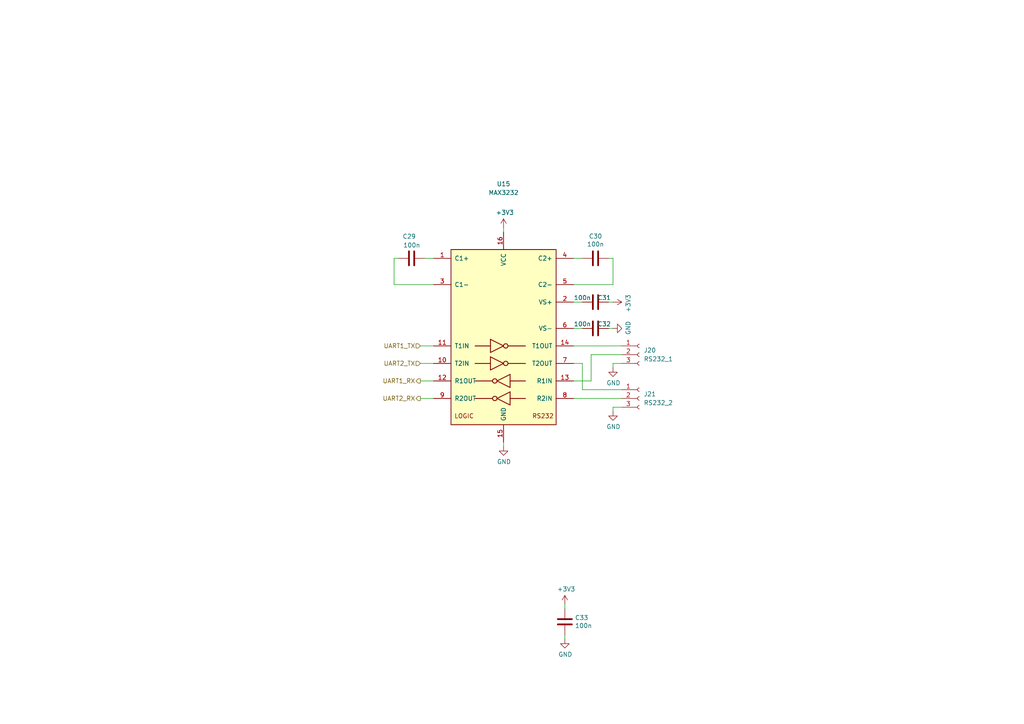
<source format=kicad_sch>
(kicad_sch (version 20211123) (generator eeschema)

  (uuid df3e0d78-29b1-4811-9600-571610f4b8a8)

  (paper "A4")

  (lib_symbols
    (symbol "Connector:Conn_01x03_Female" (pin_names (offset 1.016) hide) (in_bom yes) (on_board yes)
      (property "Reference" "J" (id 0) (at 0 5.08 0)
        (effects (font (size 1.27 1.27)))
      )
      (property "Value" "Conn_01x03_Female" (id 1) (at 0 -5.08 0)
        (effects (font (size 1.27 1.27)))
      )
      (property "Footprint" "" (id 2) (at 0 0 0)
        (effects (font (size 1.27 1.27)) hide)
      )
      (property "Datasheet" "~" (id 3) (at 0 0 0)
        (effects (font (size 1.27 1.27)) hide)
      )
      (property "ki_keywords" "connector" (id 4) (at 0 0 0)
        (effects (font (size 1.27 1.27)) hide)
      )
      (property "ki_description" "Generic connector, single row, 01x03, script generated (kicad-library-utils/schlib/autogen/connector/)" (id 5) (at 0 0 0)
        (effects (font (size 1.27 1.27)) hide)
      )
      (property "ki_fp_filters" "Connector*:*_1x??_*" (id 6) (at 0 0 0)
        (effects (font (size 1.27 1.27)) hide)
      )
      (symbol "Conn_01x03_Female_1_1"
        (arc (start 0 -2.032) (mid -0.508 -2.54) (end 0 -3.048)
          (stroke (width 0.1524) (type default) (color 0 0 0 0))
          (fill (type none))
        )
        (polyline
          (pts
            (xy -1.27 -2.54)
            (xy -0.508 -2.54)
          )
          (stroke (width 0.1524) (type default) (color 0 0 0 0))
          (fill (type none))
        )
        (polyline
          (pts
            (xy -1.27 0)
            (xy -0.508 0)
          )
          (stroke (width 0.1524) (type default) (color 0 0 0 0))
          (fill (type none))
        )
        (polyline
          (pts
            (xy -1.27 2.54)
            (xy -0.508 2.54)
          )
          (stroke (width 0.1524) (type default) (color 0 0 0 0))
          (fill (type none))
        )
        (arc (start 0 0.508) (mid -0.508 0) (end 0 -0.508)
          (stroke (width 0.1524) (type default) (color 0 0 0 0))
          (fill (type none))
        )
        (arc (start 0 3.048) (mid -0.508 2.54) (end 0 2.032)
          (stroke (width 0.1524) (type default) (color 0 0 0 0))
          (fill (type none))
        )
        (pin passive line (at -5.08 2.54 0) (length 3.81)
          (name "Pin_1" (effects (font (size 1.27 1.27))))
          (number "1" (effects (font (size 1.27 1.27))))
        )
        (pin passive line (at -5.08 0 0) (length 3.81)
          (name "Pin_2" (effects (font (size 1.27 1.27))))
          (number "2" (effects (font (size 1.27 1.27))))
        )
        (pin passive line (at -5.08 -2.54 0) (length 3.81)
          (name "Pin_3" (effects (font (size 1.27 1.27))))
          (number "3" (effects (font (size 1.27 1.27))))
        )
      )
    )
    (symbol "Device:C" (pin_numbers hide) (pin_names (offset 0.254)) (in_bom yes) (on_board yes)
      (property "Reference" "C" (id 0) (at 0.635 2.54 0)
        (effects (font (size 1.27 1.27)) (justify left))
      )
      (property "Value" "C" (id 1) (at 0.635 -2.54 0)
        (effects (font (size 1.27 1.27)) (justify left))
      )
      (property "Footprint" "" (id 2) (at 0.9652 -3.81 0)
        (effects (font (size 1.27 1.27)) hide)
      )
      (property "Datasheet" "~" (id 3) (at 0 0 0)
        (effects (font (size 1.27 1.27)) hide)
      )
      (property "ki_keywords" "cap capacitor" (id 4) (at 0 0 0)
        (effects (font (size 1.27 1.27)) hide)
      )
      (property "ki_description" "Unpolarized capacitor" (id 5) (at 0 0 0)
        (effects (font (size 1.27 1.27)) hide)
      )
      (property "ki_fp_filters" "C_*" (id 6) (at 0 0 0)
        (effects (font (size 1.27 1.27)) hide)
      )
      (symbol "C_0_1"
        (polyline
          (pts
            (xy -2.032 -0.762)
            (xy 2.032 -0.762)
          )
          (stroke (width 0.508) (type default) (color 0 0 0 0))
          (fill (type none))
        )
        (polyline
          (pts
            (xy -2.032 0.762)
            (xy 2.032 0.762)
          )
          (stroke (width 0.508) (type default) (color 0 0 0 0))
          (fill (type none))
        )
      )
      (symbol "C_1_1"
        (pin passive line (at 0 3.81 270) (length 2.794)
          (name "~" (effects (font (size 1.27 1.27))))
          (number "1" (effects (font (size 1.27 1.27))))
        )
        (pin passive line (at 0 -3.81 90) (length 2.794)
          (name "~" (effects (font (size 1.27 1.27))))
          (number "2" (effects (font (size 1.27 1.27))))
        )
      )
    )
    (symbol "Interface_UART:MAX3232" (pin_names (offset 1.016)) (in_bom yes) (on_board yes)
      (property "Reference" "U" (id 0) (at -2.54 28.575 0)
        (effects (font (size 1.27 1.27)) (justify right))
      )
      (property "Value" "MAX3232" (id 1) (at -2.54 26.67 0)
        (effects (font (size 1.27 1.27)) (justify right))
      )
      (property "Footprint" "" (id 2) (at 1.27 -26.67 0)
        (effects (font (size 1.27 1.27)) (justify left) hide)
      )
      (property "Datasheet" "https://datasheets.maximintegrated.com/en/ds/MAX3222-MAX3241.pdf" (id 3) (at 0 2.54 0)
        (effects (font (size 1.27 1.27)) hide)
      )
      (property "ki_keywords" "rs232 uart transceiver line-driver" (id 4) (at 0 0 0)
        (effects (font (size 1.27 1.27)) hide)
      )
      (property "ki_description" "3.0V to 5.5V, Low-Power, up to 1Mbps, True RS-232 Transceivers Using Four 0.1μF External Capacitors" (id 5) (at 0 0 0)
        (effects (font (size 1.27 1.27)) hide)
      )
      (property "ki_fp_filters" "SOIC*P1.27mm* DIP*W7.62mm* TSSOP*4.4x5mm*P0.65mm*" (id 6) (at 0 0 0)
        (effects (font (size 1.27 1.27)) hide)
      )
      (symbol "MAX3232_0_0"
        (text "LOGIC" (at -11.43 -22.86 0)
          (effects (font (size 1.27 1.27)))
        )
        (text "RS232" (at 11.43 -22.86 0)
          (effects (font (size 1.27 1.27)))
        )
      )
      (symbol "MAX3232_0_1"
        (rectangle (start -15.24 -25.4) (end 15.24 25.4)
          (stroke (width 0.254) (type default) (color 0 0 0 0))
          (fill (type background))
        )
        (circle (center -2.54 -17.78) (radius 0.635)
          (stroke (width 0.254) (type default) (color 0 0 0 0))
          (fill (type none))
        )
        (circle (center -2.54 -12.7) (radius 0.635)
          (stroke (width 0.254) (type default) (color 0 0 0 0))
          (fill (type none))
        )
        (polyline
          (pts
            (xy -3.81 -7.62)
            (xy -8.255 -7.62)
          )
          (stroke (width 0.254) (type default) (color 0 0 0 0))
          (fill (type none))
        )
        (polyline
          (pts
            (xy -3.81 -2.54)
            (xy -8.255 -2.54)
          )
          (stroke (width 0.254) (type default) (color 0 0 0 0))
          (fill (type none))
        )
        (polyline
          (pts
            (xy -3.175 -17.78)
            (xy -8.255 -17.78)
          )
          (stroke (width 0.254) (type default) (color 0 0 0 0))
          (fill (type none))
        )
        (polyline
          (pts
            (xy -3.175 -12.7)
            (xy -8.255 -12.7)
          )
          (stroke (width 0.254) (type default) (color 0 0 0 0))
          (fill (type none))
        )
        (polyline
          (pts
            (xy 1.27 -7.62)
            (xy 6.35 -7.62)
          )
          (stroke (width 0.254) (type default) (color 0 0 0 0))
          (fill (type none))
        )
        (polyline
          (pts
            (xy 1.27 -2.54)
            (xy 6.35 -2.54)
          )
          (stroke (width 0.254) (type default) (color 0 0 0 0))
          (fill (type none))
        )
        (polyline
          (pts
            (xy 1.905 -17.78)
            (xy 6.35 -17.78)
          )
          (stroke (width 0.254) (type default) (color 0 0 0 0))
          (fill (type none))
        )
        (polyline
          (pts
            (xy 1.905 -12.7)
            (xy 6.35 -12.7)
          )
          (stroke (width 0.254) (type default) (color 0 0 0 0))
          (fill (type none))
        )
        (polyline
          (pts
            (xy -3.81 -5.715)
            (xy -3.81 -9.525)
            (xy 0 -7.62)
            (xy -3.81 -5.715)
          )
          (stroke (width 0.254) (type default) (color 0 0 0 0))
          (fill (type none))
        )
        (polyline
          (pts
            (xy -3.81 -0.635)
            (xy -3.81 -4.445)
            (xy 0 -2.54)
            (xy -3.81 -0.635)
          )
          (stroke (width 0.254) (type default) (color 0 0 0 0))
          (fill (type none))
        )
        (polyline
          (pts
            (xy 1.905 -15.875)
            (xy 1.905 -19.685)
            (xy -1.905 -17.78)
            (xy 1.905 -15.875)
          )
          (stroke (width 0.254) (type default) (color 0 0 0 0))
          (fill (type none))
        )
        (polyline
          (pts
            (xy 1.905 -10.795)
            (xy 1.905 -14.605)
            (xy -1.905 -12.7)
            (xy 1.905 -10.795)
          )
          (stroke (width 0.254) (type default) (color 0 0 0 0))
          (fill (type none))
        )
        (circle (center 0.635 -7.62) (radius 0.635)
          (stroke (width 0.254) (type default) (color 0 0 0 0))
          (fill (type none))
        )
        (circle (center 0.635 -2.54) (radius 0.635)
          (stroke (width 0.254) (type default) (color 0 0 0 0))
          (fill (type none))
        )
      )
      (symbol "MAX3232_1_1"
        (pin passive line (at -20.32 22.86 0) (length 5.08)
          (name "C1+" (effects (font (size 1.27 1.27))))
          (number "1" (effects (font (size 1.27 1.27))))
        )
        (pin input line (at -20.32 -7.62 0) (length 5.08)
          (name "T2IN" (effects (font (size 1.27 1.27))))
          (number "10" (effects (font (size 1.27 1.27))))
        )
        (pin input line (at -20.32 -2.54 0) (length 5.08)
          (name "T1IN" (effects (font (size 1.27 1.27))))
          (number "11" (effects (font (size 1.27 1.27))))
        )
        (pin output line (at -20.32 -12.7 0) (length 5.08)
          (name "R1OUT" (effects (font (size 1.27 1.27))))
          (number "12" (effects (font (size 1.27 1.27))))
        )
        (pin input line (at 20.32 -12.7 180) (length 5.08)
          (name "R1IN" (effects (font (size 1.27 1.27))))
          (number "13" (effects (font (size 1.27 1.27))))
        )
        (pin output line (at 20.32 -2.54 180) (length 5.08)
          (name "T1OUT" (effects (font (size 1.27 1.27))))
          (number "14" (effects (font (size 1.27 1.27))))
        )
        (pin power_in line (at 0 -30.48 90) (length 5.08)
          (name "GND" (effects (font (size 1.27 1.27))))
          (number "15" (effects (font (size 1.27 1.27))))
        )
        (pin power_in line (at 0 30.48 270) (length 5.08)
          (name "VCC" (effects (font (size 1.27 1.27))))
          (number "16" (effects (font (size 1.27 1.27))))
        )
        (pin power_out line (at 20.32 10.16 180) (length 5.08)
          (name "VS+" (effects (font (size 1.27 1.27))))
          (number "2" (effects (font (size 1.27 1.27))))
        )
        (pin passive line (at -20.32 15.24 0) (length 5.08)
          (name "C1-" (effects (font (size 1.27 1.27))))
          (number "3" (effects (font (size 1.27 1.27))))
        )
        (pin passive line (at 20.32 22.86 180) (length 5.08)
          (name "C2+" (effects (font (size 1.27 1.27))))
          (number "4" (effects (font (size 1.27 1.27))))
        )
        (pin passive line (at 20.32 15.24 180) (length 5.08)
          (name "C2-" (effects (font (size 1.27 1.27))))
          (number "5" (effects (font (size 1.27 1.27))))
        )
        (pin power_out line (at 20.32 2.54 180) (length 5.08)
          (name "VS-" (effects (font (size 1.27 1.27))))
          (number "6" (effects (font (size 1.27 1.27))))
        )
        (pin output line (at 20.32 -7.62 180) (length 5.08)
          (name "T2OUT" (effects (font (size 1.27 1.27))))
          (number "7" (effects (font (size 1.27 1.27))))
        )
        (pin input line (at 20.32 -17.78 180) (length 5.08)
          (name "R2IN" (effects (font (size 1.27 1.27))))
          (number "8" (effects (font (size 1.27 1.27))))
        )
        (pin output line (at -20.32 -17.78 0) (length 5.08)
          (name "R2OUT" (effects (font (size 1.27 1.27))))
          (number "9" (effects (font (size 1.27 1.27))))
        )
      )
    )
    (symbol "power:+3V3" (power) (pin_names (offset 0)) (in_bom yes) (on_board yes)
      (property "Reference" "#PWR" (id 0) (at 0 -3.81 0)
        (effects (font (size 1.27 1.27)) hide)
      )
      (property "Value" "+3V3" (id 1) (at 0 3.556 0)
        (effects (font (size 1.27 1.27)))
      )
      (property "Footprint" "" (id 2) (at 0 0 0)
        (effects (font (size 1.27 1.27)) hide)
      )
      (property "Datasheet" "" (id 3) (at 0 0 0)
        (effects (font (size 1.27 1.27)) hide)
      )
      (property "ki_keywords" "power-flag" (id 4) (at 0 0 0)
        (effects (font (size 1.27 1.27)) hide)
      )
      (property "ki_description" "Power symbol creates a global label with name \"+3V3\"" (id 5) (at 0 0 0)
        (effects (font (size 1.27 1.27)) hide)
      )
      (symbol "+3V3_0_1"
        (polyline
          (pts
            (xy -0.762 1.27)
            (xy 0 2.54)
          )
          (stroke (width 0) (type default) (color 0 0 0 0))
          (fill (type none))
        )
        (polyline
          (pts
            (xy 0 0)
            (xy 0 2.54)
          )
          (stroke (width 0) (type default) (color 0 0 0 0))
          (fill (type none))
        )
        (polyline
          (pts
            (xy 0 2.54)
            (xy 0.762 1.27)
          )
          (stroke (width 0) (type default) (color 0 0 0 0))
          (fill (type none))
        )
      )
      (symbol "+3V3_1_1"
        (pin power_in line (at 0 0 90) (length 0) hide
          (name "+3V3" (effects (font (size 1.27 1.27))))
          (number "1" (effects (font (size 1.27 1.27))))
        )
      )
    )
    (symbol "power:GND" (power) (pin_names (offset 0)) (in_bom yes) (on_board yes)
      (property "Reference" "#PWR" (id 0) (at 0 -6.35 0)
        (effects (font (size 1.27 1.27)) hide)
      )
      (property "Value" "GND" (id 1) (at 0 -3.81 0)
        (effects (font (size 1.27 1.27)))
      )
      (property "Footprint" "" (id 2) (at 0 0 0)
        (effects (font (size 1.27 1.27)) hide)
      )
      (property "Datasheet" "" (id 3) (at 0 0 0)
        (effects (font (size 1.27 1.27)) hide)
      )
      (property "ki_keywords" "power-flag" (id 4) (at 0 0 0)
        (effects (font (size 1.27 1.27)) hide)
      )
      (property "ki_description" "Power symbol creates a global label with name \"GND\" , ground" (id 5) (at 0 0 0)
        (effects (font (size 1.27 1.27)) hide)
      )
      (symbol "GND_0_1"
        (polyline
          (pts
            (xy 0 0)
            (xy 0 -1.27)
            (xy 1.27 -1.27)
            (xy 0 -2.54)
            (xy -1.27 -1.27)
            (xy 0 -1.27)
          )
          (stroke (width 0) (type default) (color 0 0 0 0))
          (fill (type none))
        )
      )
      (symbol "GND_1_1"
        (pin power_in line (at 0 0 270) (length 0) hide
          (name "GND" (effects (font (size 1.27 1.27))))
          (number "1" (effects (font (size 1.27 1.27))))
        )
      )
    )
  )


  (wire (pts (xy 166.37 105.41) (xy 168.91 105.41))
    (stroke (width 0) (type default) (color 0 0 0 0))
    (uuid 11547ba3-d459-4ced-9333-92979d5b86e1)
  )
  (wire (pts (xy 121.92 110.49) (xy 125.73 110.49))
    (stroke (width 0) (type default) (color 0 0 0 0))
    (uuid 2b894b8a-c098-4d9d-be0f-2ef41dea274e)
  )
  (wire (pts (xy 125.73 74.93) (xy 123.19 74.93))
    (stroke (width 0) (type default) (color 0 0 0 0))
    (uuid 2fea3f9c-a97b-4a77-88f7-98b3d8a00622)
  )
  (wire (pts (xy 166.37 115.57) (xy 180.34 115.57))
    (stroke (width 0) (type default) (color 0 0 0 0))
    (uuid 3a274653-eff3-4ffe-9be8-2bfd0950af0a)
  )
  (wire (pts (xy 125.73 115.57) (xy 121.92 115.57))
    (stroke (width 0) (type default) (color 0 0 0 0))
    (uuid 40800b4d-424c-4738-8041-4662989d2010)
  )
  (wire (pts (xy 114.3 74.93) (xy 114.3 82.55))
    (stroke (width 0) (type default) (color 0 0 0 0))
    (uuid 46a20b99-b616-4fa4-af79-eecf92b5c191)
  )
  (wire (pts (xy 168.91 113.03) (xy 180.34 113.03))
    (stroke (width 0) (type default) (color 0 0 0 0))
    (uuid 521b67cc-438c-4749-a7fb-38b33448aff4)
  )
  (wire (pts (xy 176.53 95.25) (xy 177.8 95.25))
    (stroke (width 0) (type default) (color 0 0 0 0))
    (uuid 5b5611ee-3a4f-4573-978f-2e48db0ecaf5)
  )
  (wire (pts (xy 115.57 74.93) (xy 114.3 74.93))
    (stroke (width 0) (type default) (color 0 0 0 0))
    (uuid 6dfa921c-8a4f-4fcf-a0e7-8718b6271ea9)
  )
  (wire (pts (xy 168.91 105.41) (xy 168.91 113.03))
    (stroke (width 0) (type default) (color 0 0 0 0))
    (uuid 7945fad4-7ca2-45ad-8c84-0e38241557bb)
  )
  (wire (pts (xy 146.05 129.54) (xy 146.05 128.27))
    (stroke (width 0) (type default) (color 0 0 0 0))
    (uuid 7d3a9372-4f99-452e-9767-51a31df66106)
  )
  (wire (pts (xy 163.83 176.53) (xy 163.83 175.26))
    (stroke (width 0) (type default) (color 0 0 0 0))
    (uuid 84e154cc-34e9-48ac-ab7e-fc52b3bc90d0)
  )
  (wire (pts (xy 177.8 106.68) (xy 177.8 105.41))
    (stroke (width 0) (type default) (color 0 0 0 0))
    (uuid 946fe124-57e2-4f0c-bcec-2104123779d6)
  )
  (wire (pts (xy 125.73 100.33) (xy 121.92 100.33))
    (stroke (width 0) (type default) (color 0 0 0 0))
    (uuid 9ba85d0a-e58f-45a8-9d86-ad6c976003b7)
  )
  (wire (pts (xy 166.37 74.93) (xy 168.91 74.93))
    (stroke (width 0) (type default) (color 0 0 0 0))
    (uuid 9fa51663-d9ff-42d5-ab2b-c96b6768fc7a)
  )
  (wire (pts (xy 163.83 185.42) (xy 163.83 184.15))
    (stroke (width 0) (type default) (color 0 0 0 0))
    (uuid a57e46ab-4127-4b88-afea-d94b5d7bc928)
  )
  (wire (pts (xy 121.92 105.41) (xy 125.73 105.41))
    (stroke (width 0) (type default) (color 0 0 0 0))
    (uuid a67b97a6-51fd-4a32-8231-3fd10436b6ab)
  )
  (wire (pts (xy 176.53 87.63) (xy 177.8 87.63))
    (stroke (width 0) (type default) (color 0 0 0 0))
    (uuid ab26a42e-b7f6-4a80-b26c-c01085e448c7)
  )
  (wire (pts (xy 166.37 87.63) (xy 168.91 87.63))
    (stroke (width 0) (type default) (color 0 0 0 0))
    (uuid bfdbfa5d-af60-4bcb-aaee-563dc6121e2f)
  )
  (wire (pts (xy 177.8 105.41) (xy 180.34 105.41))
    (stroke (width 0) (type default) (color 0 0 0 0))
    (uuid c1403866-6ded-4cd6-838e-09830dc47f15)
  )
  (wire (pts (xy 177.8 118.11) (xy 177.8 119.38))
    (stroke (width 0) (type default) (color 0 0 0 0))
    (uuid ce2bb53f-d8fb-494a-9179-0dc8535b598c)
  )
  (wire (pts (xy 177.8 82.55) (xy 177.8 74.93))
    (stroke (width 0) (type default) (color 0 0 0 0))
    (uuid d25a1e45-06d1-4c1c-9b3a-0fd8abd0bfed)
  )
  (wire (pts (xy 180.34 118.11) (xy 177.8 118.11))
    (stroke (width 0) (type default) (color 0 0 0 0))
    (uuid de5e8a6e-b1a0-4570-bf90-540bd43a4f2c)
  )
  (wire (pts (xy 166.37 100.33) (xy 180.34 100.33))
    (stroke (width 0) (type default) (color 0 0 0 0))
    (uuid df1435bb-8018-455d-9925-63e774164119)
  )
  (wire (pts (xy 146.05 67.31) (xy 146.05 66.04))
    (stroke (width 0) (type default) (color 0 0 0 0))
    (uuid e2349eb5-0f2d-4c2a-b154-1cfe1ab9cd91)
  )
  (wire (pts (xy 166.37 110.49) (xy 171.45 110.49))
    (stroke (width 0) (type default) (color 0 0 0 0))
    (uuid e746ec00-0dfd-4bc7-b357-6b4860c148ef)
  )
  (wire (pts (xy 177.8 74.93) (xy 176.53 74.93))
    (stroke (width 0) (type default) (color 0 0 0 0))
    (uuid e8558fbd-ea42-43a6-966a-7bd304bdfaad)
  )
  (wire (pts (xy 168.91 95.25) (xy 166.37 95.25))
    (stroke (width 0) (type default) (color 0 0 0 0))
    (uuid e8a49c58-e69f-4870-ab15-e73f66a8d02b)
  )
  (wire (pts (xy 171.45 102.87) (xy 180.34 102.87))
    (stroke (width 0) (type default) (color 0 0 0 0))
    (uuid edccd9fa-6c85-47b3-a606-e1788c106d36)
  )
  (wire (pts (xy 114.3 82.55) (xy 125.73 82.55))
    (stroke (width 0) (type default) (color 0 0 0 0))
    (uuid ee3188d0-94cf-4bcc-9f57-e516684fc142)
  )
  (wire (pts (xy 171.45 110.49) (xy 171.45 102.87))
    (stroke (width 0) (type default) (color 0 0 0 0))
    (uuid f084f15d-ccb8-49bc-be03-c0cb934a9ece)
  )
  (wire (pts (xy 166.37 82.55) (xy 177.8 82.55))
    (stroke (width 0) (type default) (color 0 0 0 0))
    (uuid f61adca3-c1e4-457e-8212-9dc978cabab5)
  )

  (hierarchical_label "UART1_TX" (shape input) (at 121.92 100.33 180)
    (effects (font (size 1.27 1.27)) (justify right))
    (uuid 6776c573-26e6-4a02-ab96-18129f258651)
  )
  (hierarchical_label "UART2_TX" (shape input) (at 121.92 105.41 180)
    (effects (font (size 1.27 1.27)) (justify right))
    (uuid 6c715627-9fe9-4566-9325-aed34f2a0ebd)
  )
  (hierarchical_label "UART2_RX" (shape output) (at 121.92 115.57 180)
    (effects (font (size 1.27 1.27)) (justify right))
    (uuid 8527ef2e-5212-4629-b6f5-b0130ab61dab)
  )
  (hierarchical_label "UART1_RX" (shape output) (at 121.92 110.49 180)
    (effects (font (size 1.27 1.27)) (justify right))
    (uuid a067c43d-047d-48ca-a682-5bbb620e3988)
  )

  (symbol (lib_id "Interface_UART:MAX3232") (at 146.05 97.79 0) (unit 1)
    (in_bom yes) (on_board yes)
    (uuid 00000000-0000-0000-0000-0000616ca5cd)
    (property "Reference" "U15" (id 0) (at 146.05 53.34 0))
    (property "Value" "MAX3232" (id 1) (at 146.05 55.88 0))
    (property "Footprint" "Package_SO:SOIC-16_3.9x9.9mm_P1.27mm" (id 2) (at 147.32 124.46 0)
      (effects (font (size 1.27 1.27)) (justify left) hide)
    )
    (property "Datasheet" "https://datasheets.maximintegrated.com/en/ds/MAX3222-MAX3241.pdf" (id 3) (at 146.05 95.25 0)
      (effects (font (size 1.27 1.27)) hide)
    )
    (property "LCSC" "C15846" (id 4) (at 146.05 97.79 0)
      (effects (font (size 1.27 1.27)) hide)
    )
    (pin "1" (uuid e0938a90-c055-439f-acff-375338b87e49))
    (pin "10" (uuid fad1182b-cfbb-4489-8566-66ed925290b7))
    (pin "11" (uuid c22f0926-a01c-48d6-9216-7d1591977141))
    (pin "12" (uuid e897f2d0-166d-4c22-87a1-91d078864df3))
    (pin "13" (uuid ac7446e6-0e46-4075-9abf-b2249677499b))
    (pin "14" (uuid 7946a3f6-d5f0-4b66-86cf-d15d9cf929a4))
    (pin "15" (uuid c1cd9e3c-98ba-4168-8322-3df06d148b55))
    (pin "16" (uuid 337f70c0-57ea-441c-aeb1-c0e66bd33557))
    (pin "2" (uuid a812b268-b157-4eec-9415-15fc91f49e00))
    (pin "3" (uuid 3617747d-28f1-44a6-943a-a158b8eb3822))
    (pin "4" (uuid cc6db046-5bd9-4f62-91c7-ff259701cf0a))
    (pin "5" (uuid 2a2a4c9f-17f5-4d9b-8eb7-d798f5436650))
    (pin "6" (uuid c620cb60-5817-4eab-a6cd-a6990e295af6))
    (pin "7" (uuid bf92dbd7-afd4-4297-9a58-3b708e989ef6))
    (pin "8" (uuid 4a702d93-95a1-453e-bdc0-0a6f50a39eb8))
    (pin "9" (uuid 1baefcec-ac82-4268-8bf9-4c186ceb6cf1))
  )

  (symbol (lib_id "Device:C") (at 119.38 74.93 90) (unit 1)
    (in_bom yes) (on_board yes)
    (uuid 00000000-0000-0000-0000-0000616cbb07)
    (property "Reference" "C29" (id 0) (at 120.65 68.58 90)
      (effects (font (size 1.27 1.27)) (justify left))
    )
    (property "Value" "100n" (id 1) (at 121.92 71.12 90)
      (effects (font (size 1.27 1.27)) (justify left))
    )
    (property "Footprint" "Capacitor_SMD:C_0603_1608Metric" (id 2) (at 123.19 73.9648 0)
      (effects (font (size 1.27 1.27)) hide)
    )
    (property "Datasheet" "~" (id 3) (at 119.38 74.93 0)
      (effects (font (size 1.27 1.27)) hide)
    )
    (pin "1" (uuid 8bfb6319-5d9d-4706-9dd0-305b3e46d1b4))
    (pin "2" (uuid 78e43ce8-aa67-4ffd-95c2-42d99ad4c5ed))
  )

  (symbol (lib_id "Device:C") (at 172.72 74.93 270) (unit 1)
    (in_bom yes) (on_board yes)
    (uuid 00000000-0000-0000-0000-0000616cd498)
    (property "Reference" "C30" (id 0) (at 172.72 68.5292 90))
    (property "Value" "100n" (id 1) (at 172.72 70.8406 90))
    (property "Footprint" "Capacitor_SMD:C_0603_1608Metric" (id 2) (at 168.91 75.8952 0)
      (effects (font (size 1.27 1.27)) hide)
    )
    (property "Datasheet" "~" (id 3) (at 172.72 74.93 0)
      (effects (font (size 1.27 1.27)) hide)
    )
    (pin "1" (uuid f52d322d-fe19-4531-ac42-28ccced54df0))
    (pin "2" (uuid 827c9de6-1439-4db6-a321-9fda43a8a546))
  )

  (symbol (lib_id "power:+3V3") (at 146.05 66.04 0) (unit 1)
    (in_bom yes) (on_board yes)
    (uuid 00000000-0000-0000-0000-0000616cf60f)
    (property "Reference" "#PWR0128" (id 0) (at 146.05 69.85 0)
      (effects (font (size 1.27 1.27)) hide)
    )
    (property "Value" "+3V3" (id 1) (at 146.431 61.6458 0))
    (property "Footprint" "" (id 2) (at 146.05 66.04 0)
      (effects (font (size 1.27 1.27)) hide)
    )
    (property "Datasheet" "" (id 3) (at 146.05 66.04 0)
      (effects (font (size 1.27 1.27)) hide)
    )
    (pin "1" (uuid 9083a314-840f-4336-935d-0876dbce58d2))
  )

  (symbol (lib_id "power:GND") (at 146.05 129.54 0) (unit 1)
    (in_bom yes) (on_board yes)
    (uuid 00000000-0000-0000-0000-0000616cfa01)
    (property "Reference" "#PWR0133" (id 0) (at 146.05 135.89 0)
      (effects (font (size 1.27 1.27)) hide)
    )
    (property "Value" "GND" (id 1) (at 146.177 133.9342 0))
    (property "Footprint" "" (id 2) (at 146.05 129.54 0)
      (effects (font (size 1.27 1.27)) hide)
    )
    (property "Datasheet" "" (id 3) (at 146.05 129.54 0)
      (effects (font (size 1.27 1.27)) hide)
    )
    (pin "1" (uuid 4a989979-ff2e-4267-af75-03a49fdaad1d))
  )

  (symbol (lib_id "Device:C") (at 172.72 95.25 270) (unit 1)
    (in_bom yes) (on_board yes)
    (uuid 00000000-0000-0000-0000-0000616d30c5)
    (property "Reference" "C32" (id 0) (at 175.26 93.98 90))
    (property "Value" "100n" (id 1) (at 168.91 93.98 90))
    (property "Footprint" "Capacitor_SMD:C_0603_1608Metric" (id 2) (at 168.91 96.2152 0)
      (effects (font (size 1.27 1.27)) hide)
    )
    (property "Datasheet" "~" (id 3) (at 172.72 95.25 0)
      (effects (font (size 1.27 1.27)) hide)
    )
    (pin "1" (uuid 8969c368-9450-49fd-9efc-0e8562dc0033))
    (pin "2" (uuid 61e7cee4-8d7a-4ea6-8878-eea22c895cbb))
  )

  (symbol (lib_id "Device:C") (at 172.72 87.63 270) (unit 1)
    (in_bom yes) (on_board yes)
    (uuid 00000000-0000-0000-0000-0000616d3269)
    (property "Reference" "C31" (id 0) (at 175.26 86.36 90))
    (property "Value" "100n" (id 1) (at 168.91 86.36 90))
    (property "Footprint" "Capacitor_SMD:C_0603_1608Metric" (id 2) (at 168.91 88.5952 0)
      (effects (font (size 1.27 1.27)) hide)
    )
    (property "Datasheet" "~" (id 3) (at 172.72 87.63 0)
      (effects (font (size 1.27 1.27)) hide)
    )
    (pin "1" (uuid a52d0945-9c6f-491c-84a1-6e03724073de))
    (pin "2" (uuid e82a74d7-8066-41ec-a894-eeb1b5d891a0))
  )

  (symbol (lib_id "power:GND") (at 177.8 95.25 90) (unit 1)
    (in_bom yes) (on_board yes)
    (uuid 00000000-0000-0000-0000-0000616d79ef)
    (property "Reference" "#PWR0130" (id 0) (at 184.15 95.25 0)
      (effects (font (size 1.27 1.27)) hide)
    )
    (property "Value" "GND" (id 1) (at 182.1942 95.123 0))
    (property "Footprint" "" (id 2) (at 177.8 95.25 0)
      (effects (font (size 1.27 1.27)) hide)
    )
    (property "Datasheet" "" (id 3) (at 177.8 95.25 0)
      (effects (font (size 1.27 1.27)) hide)
    )
    (pin "1" (uuid 83d45461-bf16-4eff-863b-eb0146ec06f4))
  )

  (symbol (lib_id "Device:C") (at 163.83 180.34 0) (unit 1)
    (in_bom yes) (on_board yes)
    (uuid 00000000-0000-0000-0000-0000616e8655)
    (property "Reference" "C33" (id 0) (at 166.751 179.1716 0)
      (effects (font (size 1.27 1.27)) (justify left))
    )
    (property "Value" "100n" (id 1) (at 166.751 181.483 0)
      (effects (font (size 1.27 1.27)) (justify left))
    )
    (property "Footprint" "Capacitor_SMD:C_0603_1608Metric" (id 2) (at 164.7952 184.15 0)
      (effects (font (size 1.27 1.27)) hide)
    )
    (property "Datasheet" "~" (id 3) (at 163.83 180.34 0)
      (effects (font (size 1.27 1.27)) hide)
    )
    (pin "1" (uuid 7832dd2d-aa92-4b6c-97d9-f400645e2b57))
    (pin "2" (uuid b9c6cbf0-fcb3-408e-a462-c172abb77910))
  )

  (symbol (lib_id "power:GND") (at 163.83 185.42 0) (unit 1)
    (in_bom yes) (on_board yes)
    (uuid 00000000-0000-0000-0000-0000616e865b)
    (property "Reference" "#PWR0135" (id 0) (at 163.83 191.77 0)
      (effects (font (size 1.27 1.27)) hide)
    )
    (property "Value" "GND" (id 1) (at 163.957 189.8142 0))
    (property "Footprint" "" (id 2) (at 163.83 185.42 0)
      (effects (font (size 1.27 1.27)) hide)
    )
    (property "Datasheet" "" (id 3) (at 163.83 185.42 0)
      (effects (font (size 1.27 1.27)) hide)
    )
    (pin "1" (uuid 9916c55d-94a6-4b5d-a402-6c03cbd4e3ae))
  )

  (symbol (lib_id "power:+3V3") (at 163.83 175.26 0) (unit 1)
    (in_bom yes) (on_board yes)
    (uuid 00000000-0000-0000-0000-0000616e8661)
    (property "Reference" "#PWR0134" (id 0) (at 163.83 179.07 0)
      (effects (font (size 1.27 1.27)) hide)
    )
    (property "Value" "+3V3" (id 1) (at 164.211 170.8658 0))
    (property "Footprint" "" (id 2) (at 163.83 175.26 0)
      (effects (font (size 1.27 1.27)) hide)
    )
    (property "Datasheet" "" (id 3) (at 163.83 175.26 0)
      (effects (font (size 1.27 1.27)) hide)
    )
    (pin "1" (uuid d305711f-fb05-43ea-aca1-c0260c80c457))
  )

  (symbol (lib_id "power:+3V3") (at 177.8 87.63 270) (unit 1)
    (in_bom yes) (on_board yes)
    (uuid 00000000-0000-0000-0000-0000619f7d0a)
    (property "Reference" "#PWR0129" (id 0) (at 173.99 87.63 0)
      (effects (font (size 1.27 1.27)) hide)
    )
    (property "Value" "+3V3" (id 1) (at 182.1942 88.011 0))
    (property "Footprint" "" (id 2) (at 177.8 87.63 0)
      (effects (font (size 1.27 1.27)) hide)
    )
    (property "Datasheet" "" (id 3) (at 177.8 87.63 0)
      (effects (font (size 1.27 1.27)) hide)
    )
    (pin "1" (uuid c83ffe15-b8a0-4bbb-a2b7-11e92ac5f94f))
  )

  (symbol (lib_id "power:GND") (at 177.8 119.38 0) (unit 1)
    (in_bom yes) (on_board yes)
    (uuid 2e1b9c2c-901f-4f70-bc21-1e15de9fffdb)
    (property "Reference" "#PWR0132" (id 0) (at 177.8 125.73 0)
      (effects (font (size 1.27 1.27)) hide)
    )
    (property "Value" "GND" (id 1) (at 177.927 123.7742 0))
    (property "Footprint" "" (id 2) (at 177.8 119.38 0)
      (effects (font (size 1.27 1.27)) hide)
    )
    (property "Datasheet" "" (id 3) (at 177.8 119.38 0)
      (effects (font (size 1.27 1.27)) hide)
    )
    (pin "1" (uuid fc8d30ec-026a-4e55-b304-833cdbd33fe7))
  )

  (symbol (lib_id "Connector:Conn_01x03_Female") (at 185.42 102.87 0) (unit 1)
    (in_bom yes) (on_board yes)
    (uuid 8560d0aa-fc80-49b3-9bdd-795981c2ba2a)
    (property "Reference" "J20" (id 0) (at 186.69 101.6 0)
      (effects (font (size 1.27 1.27)) (justify left))
    )
    (property "Value" "RS232_1" (id 1) (at 186.69 104.14 0)
      (effects (font (size 1.27 1.27)) (justify left))
    )
    (property "Footprint" "Connector_PinHeader_2.54mm:PinHeader_1x03_P2.54mm_Vertical" (id 2) (at 185.42 102.87 0)
      (effects (font (size 1.27 1.27)) hide)
    )
    (property "Datasheet" "~" (id 3) (at 185.42 102.87 0)
      (effects (font (size 1.27 1.27)) hide)
    )
    (pin "1" (uuid 916a9159-8f0e-4629-9115-470423677d97))
    (pin "2" (uuid fa696ff0-562c-4329-92f3-1c2dd21df24d))
    (pin "3" (uuid ea9581b0-c598-401c-8c17-e44213eb9fc7))
  )

  (symbol (lib_id "power:GND") (at 177.8 106.68 0) (unit 1)
    (in_bom yes) (on_board yes)
    (uuid cb906f55-c3c8-4f06-b2da-1562820ccb9c)
    (property "Reference" "#PWR0131" (id 0) (at 177.8 113.03 0)
      (effects (font (size 1.27 1.27)) hide)
    )
    (property "Value" "GND" (id 1) (at 177.927 111.0742 0))
    (property "Footprint" "" (id 2) (at 177.8 106.68 0)
      (effects (font (size 1.27 1.27)) hide)
    )
    (property "Datasheet" "" (id 3) (at 177.8 106.68 0)
      (effects (font (size 1.27 1.27)) hide)
    )
    (pin "1" (uuid 46447cef-178f-49ca-bff0-6a909516b709))
  )

  (symbol (lib_id "Connector:Conn_01x03_Female") (at 185.42 115.57 0) (unit 1)
    (in_bom yes) (on_board yes)
    (uuid e3b37bd1-d1d8-441e-a264-ae92aeb3bca5)
    (property "Reference" "J21" (id 0) (at 186.69 114.3 0)
      (effects (font (size 1.27 1.27)) (justify left))
    )
    (property "Value" "RS232_2" (id 1) (at 186.69 116.84 0)
      (effects (font (size 1.27 1.27)) (justify left))
    )
    (property "Footprint" "Connector_PinHeader_2.54mm:PinHeader_1x03_P2.54mm_Vertical" (id 2) (at 185.42 115.57 0)
      (effects (font (size 1.27 1.27)) hide)
    )
    (property "Datasheet" "~" (id 3) (at 185.42 115.57 0)
      (effects (font (size 1.27 1.27)) hide)
    )
    (pin "1" (uuid 5c901725-42c0-4206-9fc1-ca8b0637b478))
    (pin "2" (uuid 587ec0b3-1fe1-4d75-aa64-5c34d74dd4af))
    (pin "3" (uuid 9624ec3b-8c8b-4e5d-9358-80600c37b346))
  )
)

</source>
